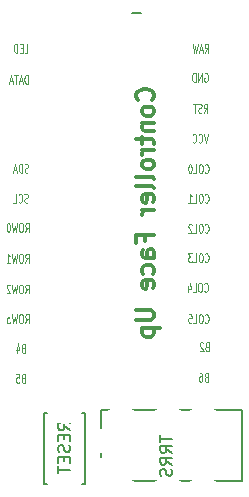
<source format=gbo>
G04 #@! TF.GenerationSoftware,KiCad,Pcbnew,7.0.7*
G04 #@! TF.CreationDate,2023-09-27T19:23:00+01:00*
G04 #@! TF.ProjectId,ferris-sweep-compact,66657272-6973-42d7-9377-6565702d636f,0.1*
G04 #@! TF.SameCoordinates,Original*
G04 #@! TF.FileFunction,Legend,Bot*
G04 #@! TF.FilePolarity,Positive*
%FSLAX46Y46*%
G04 Gerber Fmt 4.6, Leading zero omitted, Abs format (unit mm)*
G04 Created by KiCad (PCBNEW 7.0.7) date 2023-09-27 19:23:00*
%MOMM*%
%LPD*%
G01*
G04 APERTURE LIST*
%ADD10C,0.300000*%
%ADD11C,0.125000*%
%ADD12C,0.150000*%
%ADD13C,2.101800*%
%ADD14C,1.390600*%
%ADD15C,3.829000*%
%ADD16C,2.432000*%
%ADD17C,1.924000*%
%ADD18C,2.400000*%
%ADD19C,1.600000*%
%ADD20O,2.900000X2.100000*%
G04 APERTURE END LIST*
D10*
X179072071Y-87202572D02*
X179143500Y-87131144D01*
X179143500Y-87131144D02*
X179214928Y-86916858D01*
X179214928Y-86916858D02*
X179214928Y-86774001D01*
X179214928Y-86774001D02*
X179143500Y-86559715D01*
X179143500Y-86559715D02*
X179000642Y-86416858D01*
X179000642Y-86416858D02*
X178857785Y-86345429D01*
X178857785Y-86345429D02*
X178572071Y-86274001D01*
X178572071Y-86274001D02*
X178357785Y-86274001D01*
X178357785Y-86274001D02*
X178072071Y-86345429D01*
X178072071Y-86345429D02*
X177929214Y-86416858D01*
X177929214Y-86416858D02*
X177786357Y-86559715D01*
X177786357Y-86559715D02*
X177714928Y-86774001D01*
X177714928Y-86774001D02*
X177714928Y-86916858D01*
X177714928Y-86916858D02*
X177786357Y-87131144D01*
X177786357Y-87131144D02*
X177857785Y-87202572D01*
X179214928Y-88059715D02*
X179143500Y-87916858D01*
X179143500Y-87916858D02*
X179072071Y-87845429D01*
X179072071Y-87845429D02*
X178929214Y-87774001D01*
X178929214Y-87774001D02*
X178500642Y-87774001D01*
X178500642Y-87774001D02*
X178357785Y-87845429D01*
X178357785Y-87845429D02*
X178286357Y-87916858D01*
X178286357Y-87916858D02*
X178214928Y-88059715D01*
X178214928Y-88059715D02*
X178214928Y-88274001D01*
X178214928Y-88274001D02*
X178286357Y-88416858D01*
X178286357Y-88416858D02*
X178357785Y-88488287D01*
X178357785Y-88488287D02*
X178500642Y-88559715D01*
X178500642Y-88559715D02*
X178929214Y-88559715D01*
X178929214Y-88559715D02*
X179072071Y-88488287D01*
X179072071Y-88488287D02*
X179143500Y-88416858D01*
X179143500Y-88416858D02*
X179214928Y-88274001D01*
X179214928Y-88274001D02*
X179214928Y-88059715D01*
X178214928Y-89202572D02*
X179214928Y-89202572D01*
X178357785Y-89202572D02*
X178286357Y-89274001D01*
X178286357Y-89274001D02*
X178214928Y-89416858D01*
X178214928Y-89416858D02*
X178214928Y-89631144D01*
X178214928Y-89631144D02*
X178286357Y-89774001D01*
X178286357Y-89774001D02*
X178429214Y-89845430D01*
X178429214Y-89845430D02*
X179214928Y-89845430D01*
X178214928Y-90345430D02*
X178214928Y-90916858D01*
X177714928Y-90559715D02*
X179000642Y-90559715D01*
X179000642Y-90559715D02*
X179143500Y-90631144D01*
X179143500Y-90631144D02*
X179214928Y-90774001D01*
X179214928Y-90774001D02*
X179214928Y-90916858D01*
X179214928Y-91416858D02*
X178214928Y-91416858D01*
X178500642Y-91416858D02*
X178357785Y-91488287D01*
X178357785Y-91488287D02*
X178286357Y-91559716D01*
X178286357Y-91559716D02*
X178214928Y-91702573D01*
X178214928Y-91702573D02*
X178214928Y-91845430D01*
X179214928Y-92559715D02*
X179143500Y-92416858D01*
X179143500Y-92416858D02*
X179072071Y-92345429D01*
X179072071Y-92345429D02*
X178929214Y-92274001D01*
X178929214Y-92274001D02*
X178500642Y-92274001D01*
X178500642Y-92274001D02*
X178357785Y-92345429D01*
X178357785Y-92345429D02*
X178286357Y-92416858D01*
X178286357Y-92416858D02*
X178214928Y-92559715D01*
X178214928Y-92559715D02*
X178214928Y-92774001D01*
X178214928Y-92774001D02*
X178286357Y-92916858D01*
X178286357Y-92916858D02*
X178357785Y-92988287D01*
X178357785Y-92988287D02*
X178500642Y-93059715D01*
X178500642Y-93059715D02*
X178929214Y-93059715D01*
X178929214Y-93059715D02*
X179072071Y-92988287D01*
X179072071Y-92988287D02*
X179143500Y-92916858D01*
X179143500Y-92916858D02*
X179214928Y-92774001D01*
X179214928Y-92774001D02*
X179214928Y-92559715D01*
X179214928Y-93916858D02*
X179143500Y-93774001D01*
X179143500Y-93774001D02*
X179000642Y-93702572D01*
X179000642Y-93702572D02*
X177714928Y-93702572D01*
X179214928Y-94702572D02*
X179143500Y-94559715D01*
X179143500Y-94559715D02*
X179000642Y-94488286D01*
X179000642Y-94488286D02*
X177714928Y-94488286D01*
X179143500Y-95845429D02*
X179214928Y-95702572D01*
X179214928Y-95702572D02*
X179214928Y-95416858D01*
X179214928Y-95416858D02*
X179143500Y-95274000D01*
X179143500Y-95274000D02*
X179000642Y-95202572D01*
X179000642Y-95202572D02*
X178429214Y-95202572D01*
X178429214Y-95202572D02*
X178286357Y-95274000D01*
X178286357Y-95274000D02*
X178214928Y-95416858D01*
X178214928Y-95416858D02*
X178214928Y-95702572D01*
X178214928Y-95702572D02*
X178286357Y-95845429D01*
X178286357Y-95845429D02*
X178429214Y-95916858D01*
X178429214Y-95916858D02*
X178572071Y-95916858D01*
X178572071Y-95916858D02*
X178714928Y-95202572D01*
X179214928Y-96559714D02*
X178214928Y-96559714D01*
X178500642Y-96559714D02*
X178357785Y-96631143D01*
X178357785Y-96631143D02*
X178286357Y-96702572D01*
X178286357Y-96702572D02*
X178214928Y-96845429D01*
X178214928Y-96845429D02*
X178214928Y-96988286D01*
X178429214Y-99131142D02*
X178429214Y-98631142D01*
X179214928Y-98631142D02*
X177714928Y-98631142D01*
X177714928Y-98631142D02*
X177714928Y-99345428D01*
X179214928Y-100559714D02*
X178429214Y-100559714D01*
X178429214Y-100559714D02*
X178286357Y-100488285D01*
X178286357Y-100488285D02*
X178214928Y-100345428D01*
X178214928Y-100345428D02*
X178214928Y-100059714D01*
X178214928Y-100059714D02*
X178286357Y-99916856D01*
X179143500Y-100559714D02*
X179214928Y-100416856D01*
X179214928Y-100416856D02*
X179214928Y-100059714D01*
X179214928Y-100059714D02*
X179143500Y-99916856D01*
X179143500Y-99916856D02*
X179000642Y-99845428D01*
X179000642Y-99845428D02*
X178857785Y-99845428D01*
X178857785Y-99845428D02*
X178714928Y-99916856D01*
X178714928Y-99916856D02*
X178643500Y-100059714D01*
X178643500Y-100059714D02*
X178643500Y-100416856D01*
X178643500Y-100416856D02*
X178572071Y-100559714D01*
X179143500Y-101916857D02*
X179214928Y-101773999D01*
X179214928Y-101773999D02*
X179214928Y-101488285D01*
X179214928Y-101488285D02*
X179143500Y-101345428D01*
X179143500Y-101345428D02*
X179072071Y-101273999D01*
X179072071Y-101273999D02*
X178929214Y-101202571D01*
X178929214Y-101202571D02*
X178500642Y-101202571D01*
X178500642Y-101202571D02*
X178357785Y-101273999D01*
X178357785Y-101273999D02*
X178286357Y-101345428D01*
X178286357Y-101345428D02*
X178214928Y-101488285D01*
X178214928Y-101488285D02*
X178214928Y-101773999D01*
X178214928Y-101773999D02*
X178286357Y-101916857D01*
X179143500Y-103131142D02*
X179214928Y-102988285D01*
X179214928Y-102988285D02*
X179214928Y-102702571D01*
X179214928Y-102702571D02*
X179143500Y-102559713D01*
X179143500Y-102559713D02*
X179000642Y-102488285D01*
X179000642Y-102488285D02*
X178429214Y-102488285D01*
X178429214Y-102488285D02*
X178286357Y-102559713D01*
X178286357Y-102559713D02*
X178214928Y-102702571D01*
X178214928Y-102702571D02*
X178214928Y-102988285D01*
X178214928Y-102988285D02*
X178286357Y-103131142D01*
X178286357Y-103131142D02*
X178429214Y-103202571D01*
X178429214Y-103202571D02*
X178572071Y-103202571D01*
X178572071Y-103202571D02*
X178714928Y-102488285D01*
X177714928Y-104988284D02*
X178929214Y-104988284D01*
X178929214Y-104988284D02*
X179072071Y-105059713D01*
X179072071Y-105059713D02*
X179143500Y-105131142D01*
X179143500Y-105131142D02*
X179214928Y-105273999D01*
X179214928Y-105273999D02*
X179214928Y-105559713D01*
X179214928Y-105559713D02*
X179143500Y-105702570D01*
X179143500Y-105702570D02*
X179072071Y-105773999D01*
X179072071Y-105773999D02*
X178929214Y-105845427D01*
X178929214Y-105845427D02*
X177714928Y-105845427D01*
X178214928Y-106559713D02*
X179714928Y-106559713D01*
X178286357Y-106559713D02*
X178214928Y-106702571D01*
X178214928Y-106702571D02*
X178214928Y-106988285D01*
X178214928Y-106988285D02*
X178286357Y-107131142D01*
X178286357Y-107131142D02*
X178357785Y-107202571D01*
X178357785Y-107202571D02*
X178500642Y-107273999D01*
X178500642Y-107273999D02*
X178929214Y-107273999D01*
X178929214Y-107273999D02*
X179072071Y-107202571D01*
X179072071Y-107202571D02*
X179143500Y-107131142D01*
X179143500Y-107131142D02*
X179214928Y-106988285D01*
X179214928Y-106988285D02*
X179214928Y-106702571D01*
X179214928Y-106702571D02*
X179143500Y-106559713D01*
D11*
X183476219Y-103397035D02*
X183500028Y-103432750D01*
X183500028Y-103432750D02*
X183571457Y-103468464D01*
X183571457Y-103468464D02*
X183619076Y-103468464D01*
X183619076Y-103468464D02*
X183690504Y-103432750D01*
X183690504Y-103432750D02*
X183738123Y-103361321D01*
X183738123Y-103361321D02*
X183761933Y-103289892D01*
X183761933Y-103289892D02*
X183785742Y-103147035D01*
X183785742Y-103147035D02*
X183785742Y-103039892D01*
X183785742Y-103039892D02*
X183761933Y-102897035D01*
X183761933Y-102897035D02*
X183738123Y-102825607D01*
X183738123Y-102825607D02*
X183690504Y-102754178D01*
X183690504Y-102754178D02*
X183619076Y-102718464D01*
X183619076Y-102718464D02*
X183571457Y-102718464D01*
X183571457Y-102718464D02*
X183500028Y-102754178D01*
X183500028Y-102754178D02*
X183476219Y-102789892D01*
X183166695Y-102718464D02*
X183071457Y-102718464D01*
X183071457Y-102718464D02*
X183023838Y-102754178D01*
X183023838Y-102754178D02*
X182976219Y-102825607D01*
X182976219Y-102825607D02*
X182952409Y-102968464D01*
X182952409Y-102968464D02*
X182952409Y-103218464D01*
X182952409Y-103218464D02*
X182976219Y-103361321D01*
X182976219Y-103361321D02*
X183023838Y-103432750D01*
X183023838Y-103432750D02*
X183071457Y-103468464D01*
X183071457Y-103468464D02*
X183166695Y-103468464D01*
X183166695Y-103468464D02*
X183214314Y-103432750D01*
X183214314Y-103432750D02*
X183261933Y-103361321D01*
X183261933Y-103361321D02*
X183285742Y-103218464D01*
X183285742Y-103218464D02*
X183285742Y-102968464D01*
X183285742Y-102968464D02*
X183261933Y-102825607D01*
X183261933Y-102825607D02*
X183214314Y-102754178D01*
X183214314Y-102754178D02*
X183166695Y-102718464D01*
X182500028Y-103468464D02*
X182738123Y-103468464D01*
X182738123Y-103468464D02*
X182738123Y-102718464D01*
X182119075Y-102968464D02*
X182119075Y-103468464D01*
X182238123Y-102682750D02*
X182357170Y-103218464D01*
X182357170Y-103218464D02*
X182047647Y-103218464D01*
X183526219Y-95840535D02*
X183550028Y-95876250D01*
X183550028Y-95876250D02*
X183621457Y-95911964D01*
X183621457Y-95911964D02*
X183669076Y-95911964D01*
X183669076Y-95911964D02*
X183740504Y-95876250D01*
X183740504Y-95876250D02*
X183788123Y-95804821D01*
X183788123Y-95804821D02*
X183811933Y-95733392D01*
X183811933Y-95733392D02*
X183835742Y-95590535D01*
X183835742Y-95590535D02*
X183835742Y-95483392D01*
X183835742Y-95483392D02*
X183811933Y-95340535D01*
X183811933Y-95340535D02*
X183788123Y-95269107D01*
X183788123Y-95269107D02*
X183740504Y-95197678D01*
X183740504Y-95197678D02*
X183669076Y-95161964D01*
X183669076Y-95161964D02*
X183621457Y-95161964D01*
X183621457Y-95161964D02*
X183550028Y-95197678D01*
X183550028Y-95197678D02*
X183526219Y-95233392D01*
X183216695Y-95161964D02*
X183121457Y-95161964D01*
X183121457Y-95161964D02*
X183073838Y-95197678D01*
X183073838Y-95197678D02*
X183026219Y-95269107D01*
X183026219Y-95269107D02*
X183002409Y-95411964D01*
X183002409Y-95411964D02*
X183002409Y-95661964D01*
X183002409Y-95661964D02*
X183026219Y-95804821D01*
X183026219Y-95804821D02*
X183073838Y-95876250D01*
X183073838Y-95876250D02*
X183121457Y-95911964D01*
X183121457Y-95911964D02*
X183216695Y-95911964D01*
X183216695Y-95911964D02*
X183264314Y-95876250D01*
X183264314Y-95876250D02*
X183311933Y-95804821D01*
X183311933Y-95804821D02*
X183335742Y-95661964D01*
X183335742Y-95661964D02*
X183335742Y-95411964D01*
X183335742Y-95411964D02*
X183311933Y-95269107D01*
X183311933Y-95269107D02*
X183264314Y-95197678D01*
X183264314Y-95197678D02*
X183216695Y-95161964D01*
X182550028Y-95911964D02*
X182788123Y-95911964D01*
X182788123Y-95911964D02*
X182788123Y-95161964D01*
X182121456Y-95911964D02*
X182407170Y-95911964D01*
X182264313Y-95911964D02*
X182264313Y-95161964D01*
X182264313Y-95161964D02*
X182311932Y-95269107D01*
X182311932Y-95269107D02*
X182359551Y-95340535D01*
X182359551Y-95340535D02*
X182407170Y-95376250D01*
X168251028Y-83211964D02*
X168489123Y-83211964D01*
X168489123Y-83211964D02*
X168489123Y-82461964D01*
X168084361Y-82819107D02*
X167917694Y-82819107D01*
X167846266Y-83211964D02*
X168084361Y-83211964D01*
X168084361Y-83211964D02*
X168084361Y-82461964D01*
X168084361Y-82461964D02*
X167846266Y-82461964D01*
X167631980Y-83211964D02*
X167631980Y-82461964D01*
X167631980Y-82461964D02*
X167512932Y-82461964D01*
X167512932Y-82461964D02*
X167441504Y-82497678D01*
X167441504Y-82497678D02*
X167393885Y-82569107D01*
X167393885Y-82569107D02*
X167370075Y-82640535D01*
X167370075Y-82640535D02*
X167346266Y-82783392D01*
X167346266Y-82783392D02*
X167346266Y-82890535D01*
X167346266Y-82890535D02*
X167370075Y-83033392D01*
X167370075Y-83033392D02*
X167393885Y-83104821D01*
X167393885Y-83104821D02*
X167441504Y-83176250D01*
X167441504Y-83176250D02*
X167512932Y-83211964D01*
X167512932Y-83211964D02*
X167631980Y-83211964D01*
X183526219Y-100885035D02*
X183550028Y-100920750D01*
X183550028Y-100920750D02*
X183621457Y-100956464D01*
X183621457Y-100956464D02*
X183669076Y-100956464D01*
X183669076Y-100956464D02*
X183740504Y-100920750D01*
X183740504Y-100920750D02*
X183788123Y-100849321D01*
X183788123Y-100849321D02*
X183811933Y-100777892D01*
X183811933Y-100777892D02*
X183835742Y-100635035D01*
X183835742Y-100635035D02*
X183835742Y-100527892D01*
X183835742Y-100527892D02*
X183811933Y-100385035D01*
X183811933Y-100385035D02*
X183788123Y-100313607D01*
X183788123Y-100313607D02*
X183740504Y-100242178D01*
X183740504Y-100242178D02*
X183669076Y-100206464D01*
X183669076Y-100206464D02*
X183621457Y-100206464D01*
X183621457Y-100206464D02*
X183550028Y-100242178D01*
X183550028Y-100242178D02*
X183526219Y-100277892D01*
X183216695Y-100206464D02*
X183121457Y-100206464D01*
X183121457Y-100206464D02*
X183073838Y-100242178D01*
X183073838Y-100242178D02*
X183026219Y-100313607D01*
X183026219Y-100313607D02*
X183002409Y-100456464D01*
X183002409Y-100456464D02*
X183002409Y-100706464D01*
X183002409Y-100706464D02*
X183026219Y-100849321D01*
X183026219Y-100849321D02*
X183073838Y-100920750D01*
X183073838Y-100920750D02*
X183121457Y-100956464D01*
X183121457Y-100956464D02*
X183216695Y-100956464D01*
X183216695Y-100956464D02*
X183264314Y-100920750D01*
X183264314Y-100920750D02*
X183311933Y-100849321D01*
X183311933Y-100849321D02*
X183335742Y-100706464D01*
X183335742Y-100706464D02*
X183335742Y-100456464D01*
X183335742Y-100456464D02*
X183311933Y-100313607D01*
X183311933Y-100313607D02*
X183264314Y-100242178D01*
X183264314Y-100242178D02*
X183216695Y-100206464D01*
X182550028Y-100956464D02*
X182788123Y-100956464D01*
X182788123Y-100956464D02*
X182788123Y-100206464D01*
X182430980Y-100206464D02*
X182121456Y-100206464D01*
X182121456Y-100206464D02*
X182288123Y-100492178D01*
X182288123Y-100492178D02*
X182216694Y-100492178D01*
X182216694Y-100492178D02*
X182169075Y-100527892D01*
X182169075Y-100527892D02*
X182145266Y-100563607D01*
X182145266Y-100563607D02*
X182121456Y-100635035D01*
X182121456Y-100635035D02*
X182121456Y-100813607D01*
X182121456Y-100813607D02*
X182145266Y-100885035D01*
X182145266Y-100885035D02*
X182169075Y-100920750D01*
X182169075Y-100920750D02*
X182216694Y-100956464D01*
X182216694Y-100956464D02*
X182359551Y-100956464D01*
X182359551Y-100956464D02*
X182407170Y-100920750D01*
X182407170Y-100920750D02*
X182430980Y-100885035D01*
X168528599Y-85856464D02*
X168528599Y-85106464D01*
X168528599Y-85106464D02*
X168409551Y-85106464D01*
X168409551Y-85106464D02*
X168338123Y-85142178D01*
X168338123Y-85142178D02*
X168290504Y-85213607D01*
X168290504Y-85213607D02*
X168266694Y-85285035D01*
X168266694Y-85285035D02*
X168242885Y-85427892D01*
X168242885Y-85427892D02*
X168242885Y-85535035D01*
X168242885Y-85535035D02*
X168266694Y-85677892D01*
X168266694Y-85677892D02*
X168290504Y-85749321D01*
X168290504Y-85749321D02*
X168338123Y-85820750D01*
X168338123Y-85820750D02*
X168409551Y-85856464D01*
X168409551Y-85856464D02*
X168528599Y-85856464D01*
X168052408Y-85642178D02*
X167814313Y-85642178D01*
X168100027Y-85856464D02*
X167933361Y-85106464D01*
X167933361Y-85106464D02*
X167766694Y-85856464D01*
X167671456Y-85106464D02*
X167385742Y-85106464D01*
X167528599Y-85856464D02*
X167528599Y-85106464D01*
X167242885Y-85642178D02*
X167004790Y-85642178D01*
X167290504Y-85856464D02*
X167123838Y-85106464D01*
X167123838Y-85106464D02*
X166957171Y-85856464D01*
X168131980Y-110759107D02*
X168060552Y-110794821D01*
X168060552Y-110794821D02*
X168036742Y-110830535D01*
X168036742Y-110830535D02*
X168012933Y-110901964D01*
X168012933Y-110901964D02*
X168012933Y-111009107D01*
X168012933Y-111009107D02*
X168036742Y-111080535D01*
X168036742Y-111080535D02*
X168060552Y-111116250D01*
X168060552Y-111116250D02*
X168108171Y-111151964D01*
X168108171Y-111151964D02*
X168298647Y-111151964D01*
X168298647Y-111151964D02*
X168298647Y-110401964D01*
X168298647Y-110401964D02*
X168131980Y-110401964D01*
X168131980Y-110401964D02*
X168084361Y-110437678D01*
X168084361Y-110437678D02*
X168060552Y-110473392D01*
X168060552Y-110473392D02*
X168036742Y-110544821D01*
X168036742Y-110544821D02*
X168036742Y-110616250D01*
X168036742Y-110616250D02*
X168060552Y-110687678D01*
X168060552Y-110687678D02*
X168084361Y-110723392D01*
X168084361Y-110723392D02*
X168131980Y-110759107D01*
X168131980Y-110759107D02*
X168298647Y-110759107D01*
X167560552Y-110401964D02*
X167798647Y-110401964D01*
X167798647Y-110401964D02*
X167822456Y-110759107D01*
X167822456Y-110759107D02*
X167798647Y-110723392D01*
X167798647Y-110723392D02*
X167751028Y-110687678D01*
X167751028Y-110687678D02*
X167631980Y-110687678D01*
X167631980Y-110687678D02*
X167584361Y-110723392D01*
X167584361Y-110723392D02*
X167560552Y-110759107D01*
X167560552Y-110759107D02*
X167536742Y-110830535D01*
X167536742Y-110830535D02*
X167536742Y-111009107D01*
X167536742Y-111009107D02*
X167560552Y-111080535D01*
X167560552Y-111080535D02*
X167584361Y-111116250D01*
X167584361Y-111116250D02*
X167631980Y-111151964D01*
X167631980Y-111151964D02*
X167751028Y-111151964D01*
X167751028Y-111151964D02*
X167798647Y-111116250D01*
X167798647Y-111116250D02*
X167822456Y-111080535D01*
X168309552Y-100991964D02*
X168476218Y-100634821D01*
X168595266Y-100991964D02*
X168595266Y-100241964D01*
X168595266Y-100241964D02*
X168404790Y-100241964D01*
X168404790Y-100241964D02*
X168357171Y-100277678D01*
X168357171Y-100277678D02*
X168333361Y-100313392D01*
X168333361Y-100313392D02*
X168309552Y-100384821D01*
X168309552Y-100384821D02*
X168309552Y-100491964D01*
X168309552Y-100491964D02*
X168333361Y-100563392D01*
X168333361Y-100563392D02*
X168357171Y-100599107D01*
X168357171Y-100599107D02*
X168404790Y-100634821D01*
X168404790Y-100634821D02*
X168595266Y-100634821D01*
X168000028Y-100241964D02*
X167904790Y-100241964D01*
X167904790Y-100241964D02*
X167857171Y-100277678D01*
X167857171Y-100277678D02*
X167809552Y-100349107D01*
X167809552Y-100349107D02*
X167785742Y-100491964D01*
X167785742Y-100491964D02*
X167785742Y-100741964D01*
X167785742Y-100741964D02*
X167809552Y-100884821D01*
X167809552Y-100884821D02*
X167857171Y-100956250D01*
X167857171Y-100956250D02*
X167904790Y-100991964D01*
X167904790Y-100991964D02*
X168000028Y-100991964D01*
X168000028Y-100991964D02*
X168047647Y-100956250D01*
X168047647Y-100956250D02*
X168095266Y-100884821D01*
X168095266Y-100884821D02*
X168119075Y-100741964D01*
X168119075Y-100741964D02*
X168119075Y-100491964D01*
X168119075Y-100491964D02*
X168095266Y-100349107D01*
X168095266Y-100349107D02*
X168047647Y-100277678D01*
X168047647Y-100277678D02*
X168000028Y-100241964D01*
X167619075Y-100241964D02*
X167500027Y-100991964D01*
X167500027Y-100991964D02*
X167404789Y-100456250D01*
X167404789Y-100456250D02*
X167309551Y-100991964D01*
X167309551Y-100991964D02*
X167190504Y-100241964D01*
X166738122Y-100991964D02*
X167023836Y-100991964D01*
X166880979Y-100991964D02*
X166880979Y-100241964D01*
X166880979Y-100241964D02*
X166928598Y-100349107D01*
X166928598Y-100349107D02*
X166976217Y-100420535D01*
X166976217Y-100420535D02*
X167023836Y-100456250D01*
X168309552Y-106106464D02*
X168476218Y-105749321D01*
X168595266Y-106106464D02*
X168595266Y-105356464D01*
X168595266Y-105356464D02*
X168404790Y-105356464D01*
X168404790Y-105356464D02*
X168357171Y-105392178D01*
X168357171Y-105392178D02*
X168333361Y-105427892D01*
X168333361Y-105427892D02*
X168309552Y-105499321D01*
X168309552Y-105499321D02*
X168309552Y-105606464D01*
X168309552Y-105606464D02*
X168333361Y-105677892D01*
X168333361Y-105677892D02*
X168357171Y-105713607D01*
X168357171Y-105713607D02*
X168404790Y-105749321D01*
X168404790Y-105749321D02*
X168595266Y-105749321D01*
X168000028Y-105356464D02*
X167904790Y-105356464D01*
X167904790Y-105356464D02*
X167857171Y-105392178D01*
X167857171Y-105392178D02*
X167809552Y-105463607D01*
X167809552Y-105463607D02*
X167785742Y-105606464D01*
X167785742Y-105606464D02*
X167785742Y-105856464D01*
X167785742Y-105856464D02*
X167809552Y-105999321D01*
X167809552Y-105999321D02*
X167857171Y-106070750D01*
X167857171Y-106070750D02*
X167904790Y-106106464D01*
X167904790Y-106106464D02*
X168000028Y-106106464D01*
X168000028Y-106106464D02*
X168047647Y-106070750D01*
X168047647Y-106070750D02*
X168095266Y-105999321D01*
X168095266Y-105999321D02*
X168119075Y-105856464D01*
X168119075Y-105856464D02*
X168119075Y-105606464D01*
X168119075Y-105606464D02*
X168095266Y-105463607D01*
X168095266Y-105463607D02*
X168047647Y-105392178D01*
X168047647Y-105392178D02*
X168000028Y-105356464D01*
X167619075Y-105356464D02*
X167500027Y-106106464D01*
X167500027Y-106106464D02*
X167404789Y-105570750D01*
X167404789Y-105570750D02*
X167309551Y-106106464D01*
X167309551Y-106106464D02*
X167190504Y-105356464D01*
X167047646Y-105356464D02*
X166738122Y-105356464D01*
X166738122Y-105356464D02*
X166904789Y-105642178D01*
X166904789Y-105642178D02*
X166833360Y-105642178D01*
X166833360Y-105642178D02*
X166785741Y-105677892D01*
X166785741Y-105677892D02*
X166761932Y-105713607D01*
X166761932Y-105713607D02*
X166738122Y-105785035D01*
X166738122Y-105785035D02*
X166738122Y-105963607D01*
X166738122Y-105963607D02*
X166761932Y-106035035D01*
X166761932Y-106035035D02*
X166785741Y-106070750D01*
X166785741Y-106070750D02*
X166833360Y-106106464D01*
X166833360Y-106106464D02*
X166976217Y-106106464D01*
X166976217Y-106106464D02*
X167023836Y-106070750D01*
X167023836Y-106070750D02*
X167047646Y-106035035D01*
X168309552Y-103595464D02*
X168476218Y-103238321D01*
X168595266Y-103595464D02*
X168595266Y-102845464D01*
X168595266Y-102845464D02*
X168404790Y-102845464D01*
X168404790Y-102845464D02*
X168357171Y-102881178D01*
X168357171Y-102881178D02*
X168333361Y-102916892D01*
X168333361Y-102916892D02*
X168309552Y-102988321D01*
X168309552Y-102988321D02*
X168309552Y-103095464D01*
X168309552Y-103095464D02*
X168333361Y-103166892D01*
X168333361Y-103166892D02*
X168357171Y-103202607D01*
X168357171Y-103202607D02*
X168404790Y-103238321D01*
X168404790Y-103238321D02*
X168595266Y-103238321D01*
X168000028Y-102845464D02*
X167904790Y-102845464D01*
X167904790Y-102845464D02*
X167857171Y-102881178D01*
X167857171Y-102881178D02*
X167809552Y-102952607D01*
X167809552Y-102952607D02*
X167785742Y-103095464D01*
X167785742Y-103095464D02*
X167785742Y-103345464D01*
X167785742Y-103345464D02*
X167809552Y-103488321D01*
X167809552Y-103488321D02*
X167857171Y-103559750D01*
X167857171Y-103559750D02*
X167904790Y-103595464D01*
X167904790Y-103595464D02*
X168000028Y-103595464D01*
X168000028Y-103595464D02*
X168047647Y-103559750D01*
X168047647Y-103559750D02*
X168095266Y-103488321D01*
X168095266Y-103488321D02*
X168119075Y-103345464D01*
X168119075Y-103345464D02*
X168119075Y-103095464D01*
X168119075Y-103095464D02*
X168095266Y-102952607D01*
X168095266Y-102952607D02*
X168047647Y-102881178D01*
X168047647Y-102881178D02*
X168000028Y-102845464D01*
X167619075Y-102845464D02*
X167500027Y-103595464D01*
X167500027Y-103595464D02*
X167404789Y-103059750D01*
X167404789Y-103059750D02*
X167309551Y-103595464D01*
X167309551Y-103595464D02*
X167190504Y-102845464D01*
X167023836Y-102916892D02*
X167000027Y-102881178D01*
X167000027Y-102881178D02*
X166952408Y-102845464D01*
X166952408Y-102845464D02*
X166833360Y-102845464D01*
X166833360Y-102845464D02*
X166785741Y-102881178D01*
X166785741Y-102881178D02*
X166761932Y-102916892D01*
X166761932Y-102916892D02*
X166738122Y-102988321D01*
X166738122Y-102988321D02*
X166738122Y-103059750D01*
X166738122Y-103059750D02*
X166761932Y-103166892D01*
X166761932Y-103166892D02*
X167047646Y-103595464D01*
X167047646Y-103595464D02*
X166738122Y-103595464D01*
X168524837Y-95876250D02*
X168453409Y-95911964D01*
X168453409Y-95911964D02*
X168334361Y-95911964D01*
X168334361Y-95911964D02*
X168286742Y-95876250D01*
X168286742Y-95876250D02*
X168262933Y-95840535D01*
X168262933Y-95840535D02*
X168239123Y-95769107D01*
X168239123Y-95769107D02*
X168239123Y-95697678D01*
X168239123Y-95697678D02*
X168262933Y-95626250D01*
X168262933Y-95626250D02*
X168286742Y-95590535D01*
X168286742Y-95590535D02*
X168334361Y-95554821D01*
X168334361Y-95554821D02*
X168429599Y-95519107D01*
X168429599Y-95519107D02*
X168477218Y-95483392D01*
X168477218Y-95483392D02*
X168501028Y-95447678D01*
X168501028Y-95447678D02*
X168524837Y-95376250D01*
X168524837Y-95376250D02*
X168524837Y-95304821D01*
X168524837Y-95304821D02*
X168501028Y-95233392D01*
X168501028Y-95233392D02*
X168477218Y-95197678D01*
X168477218Y-95197678D02*
X168429599Y-95161964D01*
X168429599Y-95161964D02*
X168310552Y-95161964D01*
X168310552Y-95161964D02*
X168239123Y-95197678D01*
X167739124Y-95840535D02*
X167762933Y-95876250D01*
X167762933Y-95876250D02*
X167834362Y-95911964D01*
X167834362Y-95911964D02*
X167881981Y-95911964D01*
X167881981Y-95911964D02*
X167953409Y-95876250D01*
X167953409Y-95876250D02*
X168001028Y-95804821D01*
X168001028Y-95804821D02*
X168024838Y-95733392D01*
X168024838Y-95733392D02*
X168048647Y-95590535D01*
X168048647Y-95590535D02*
X168048647Y-95483392D01*
X168048647Y-95483392D02*
X168024838Y-95340535D01*
X168024838Y-95340535D02*
X168001028Y-95269107D01*
X168001028Y-95269107D02*
X167953409Y-95197678D01*
X167953409Y-95197678D02*
X167881981Y-95161964D01*
X167881981Y-95161964D02*
X167834362Y-95161964D01*
X167834362Y-95161964D02*
X167762933Y-95197678D01*
X167762933Y-95197678D02*
X167739124Y-95233392D01*
X167286743Y-95911964D02*
X167524838Y-95911964D01*
X167524838Y-95911964D02*
X167524838Y-95161964D01*
X183443409Y-88291964D02*
X183610075Y-87934821D01*
X183729123Y-88291964D02*
X183729123Y-87541964D01*
X183729123Y-87541964D02*
X183538647Y-87541964D01*
X183538647Y-87541964D02*
X183491028Y-87577678D01*
X183491028Y-87577678D02*
X183467218Y-87613392D01*
X183467218Y-87613392D02*
X183443409Y-87684821D01*
X183443409Y-87684821D02*
X183443409Y-87791964D01*
X183443409Y-87791964D02*
X183467218Y-87863392D01*
X183467218Y-87863392D02*
X183491028Y-87899107D01*
X183491028Y-87899107D02*
X183538647Y-87934821D01*
X183538647Y-87934821D02*
X183729123Y-87934821D01*
X183252932Y-88256250D02*
X183181504Y-88291964D01*
X183181504Y-88291964D02*
X183062456Y-88291964D01*
X183062456Y-88291964D02*
X183014837Y-88256250D01*
X183014837Y-88256250D02*
X182991028Y-88220535D01*
X182991028Y-88220535D02*
X182967218Y-88149107D01*
X182967218Y-88149107D02*
X182967218Y-88077678D01*
X182967218Y-88077678D02*
X182991028Y-88006250D01*
X182991028Y-88006250D02*
X183014837Y-87970535D01*
X183014837Y-87970535D02*
X183062456Y-87934821D01*
X183062456Y-87934821D02*
X183157694Y-87899107D01*
X183157694Y-87899107D02*
X183205313Y-87863392D01*
X183205313Y-87863392D02*
X183229123Y-87827678D01*
X183229123Y-87827678D02*
X183252932Y-87756250D01*
X183252932Y-87756250D02*
X183252932Y-87684821D01*
X183252932Y-87684821D02*
X183229123Y-87613392D01*
X183229123Y-87613392D02*
X183205313Y-87577678D01*
X183205313Y-87577678D02*
X183157694Y-87541964D01*
X183157694Y-87541964D02*
X183038647Y-87541964D01*
X183038647Y-87541964D02*
X182967218Y-87577678D01*
X182824361Y-87541964D02*
X182538647Y-87541964D01*
X182681504Y-88291964D02*
X182681504Y-87541964D01*
X183526219Y-106035035D02*
X183550028Y-106070750D01*
X183550028Y-106070750D02*
X183621457Y-106106464D01*
X183621457Y-106106464D02*
X183669076Y-106106464D01*
X183669076Y-106106464D02*
X183740504Y-106070750D01*
X183740504Y-106070750D02*
X183788123Y-105999321D01*
X183788123Y-105999321D02*
X183811933Y-105927892D01*
X183811933Y-105927892D02*
X183835742Y-105785035D01*
X183835742Y-105785035D02*
X183835742Y-105677892D01*
X183835742Y-105677892D02*
X183811933Y-105535035D01*
X183811933Y-105535035D02*
X183788123Y-105463607D01*
X183788123Y-105463607D02*
X183740504Y-105392178D01*
X183740504Y-105392178D02*
X183669076Y-105356464D01*
X183669076Y-105356464D02*
X183621457Y-105356464D01*
X183621457Y-105356464D02*
X183550028Y-105392178D01*
X183550028Y-105392178D02*
X183526219Y-105427892D01*
X183216695Y-105356464D02*
X183121457Y-105356464D01*
X183121457Y-105356464D02*
X183073838Y-105392178D01*
X183073838Y-105392178D02*
X183026219Y-105463607D01*
X183026219Y-105463607D02*
X183002409Y-105606464D01*
X183002409Y-105606464D02*
X183002409Y-105856464D01*
X183002409Y-105856464D02*
X183026219Y-105999321D01*
X183026219Y-105999321D02*
X183073838Y-106070750D01*
X183073838Y-106070750D02*
X183121457Y-106106464D01*
X183121457Y-106106464D02*
X183216695Y-106106464D01*
X183216695Y-106106464D02*
X183264314Y-106070750D01*
X183264314Y-106070750D02*
X183311933Y-105999321D01*
X183311933Y-105999321D02*
X183335742Y-105856464D01*
X183335742Y-105856464D02*
X183335742Y-105606464D01*
X183335742Y-105606464D02*
X183311933Y-105463607D01*
X183311933Y-105463607D02*
X183264314Y-105392178D01*
X183264314Y-105392178D02*
X183216695Y-105356464D01*
X182550028Y-106106464D02*
X182788123Y-106106464D01*
X182788123Y-106106464D02*
X182788123Y-105356464D01*
X182145266Y-105356464D02*
X182383361Y-105356464D01*
X182383361Y-105356464D02*
X182407170Y-105713607D01*
X182407170Y-105713607D02*
X182383361Y-105677892D01*
X182383361Y-105677892D02*
X182335742Y-105642178D01*
X182335742Y-105642178D02*
X182216694Y-105642178D01*
X182216694Y-105642178D02*
X182169075Y-105677892D01*
X182169075Y-105677892D02*
X182145266Y-105713607D01*
X182145266Y-105713607D02*
X182121456Y-105785035D01*
X182121456Y-105785035D02*
X182121456Y-105963607D01*
X182121456Y-105963607D02*
X182145266Y-106035035D01*
X182145266Y-106035035D02*
X182169075Y-106070750D01*
X182169075Y-106070750D02*
X182216694Y-106106464D01*
X182216694Y-106106464D02*
X182335742Y-106106464D01*
X182335742Y-106106464D02*
X182383361Y-106070750D01*
X182383361Y-106070750D02*
X182407170Y-106035035D01*
X183526219Y-93335035D02*
X183550028Y-93370750D01*
X183550028Y-93370750D02*
X183621457Y-93406464D01*
X183621457Y-93406464D02*
X183669076Y-93406464D01*
X183669076Y-93406464D02*
X183740504Y-93370750D01*
X183740504Y-93370750D02*
X183788123Y-93299321D01*
X183788123Y-93299321D02*
X183811933Y-93227892D01*
X183811933Y-93227892D02*
X183835742Y-93085035D01*
X183835742Y-93085035D02*
X183835742Y-92977892D01*
X183835742Y-92977892D02*
X183811933Y-92835035D01*
X183811933Y-92835035D02*
X183788123Y-92763607D01*
X183788123Y-92763607D02*
X183740504Y-92692178D01*
X183740504Y-92692178D02*
X183669076Y-92656464D01*
X183669076Y-92656464D02*
X183621457Y-92656464D01*
X183621457Y-92656464D02*
X183550028Y-92692178D01*
X183550028Y-92692178D02*
X183526219Y-92727892D01*
X183216695Y-92656464D02*
X183121457Y-92656464D01*
X183121457Y-92656464D02*
X183073838Y-92692178D01*
X183073838Y-92692178D02*
X183026219Y-92763607D01*
X183026219Y-92763607D02*
X183002409Y-92906464D01*
X183002409Y-92906464D02*
X183002409Y-93156464D01*
X183002409Y-93156464D02*
X183026219Y-93299321D01*
X183026219Y-93299321D02*
X183073838Y-93370750D01*
X183073838Y-93370750D02*
X183121457Y-93406464D01*
X183121457Y-93406464D02*
X183216695Y-93406464D01*
X183216695Y-93406464D02*
X183264314Y-93370750D01*
X183264314Y-93370750D02*
X183311933Y-93299321D01*
X183311933Y-93299321D02*
X183335742Y-93156464D01*
X183335742Y-93156464D02*
X183335742Y-92906464D01*
X183335742Y-92906464D02*
X183311933Y-92763607D01*
X183311933Y-92763607D02*
X183264314Y-92692178D01*
X183264314Y-92692178D02*
X183216695Y-92656464D01*
X182550028Y-93406464D02*
X182788123Y-93406464D01*
X182788123Y-93406464D02*
X182788123Y-92656464D01*
X182288123Y-92656464D02*
X182240504Y-92656464D01*
X182240504Y-92656464D02*
X182192885Y-92692178D01*
X182192885Y-92692178D02*
X182169075Y-92727892D01*
X182169075Y-92727892D02*
X182145266Y-92799321D01*
X182145266Y-92799321D02*
X182121456Y-92942178D01*
X182121456Y-92942178D02*
X182121456Y-93120750D01*
X182121456Y-93120750D02*
X182145266Y-93263607D01*
X182145266Y-93263607D02*
X182169075Y-93335035D01*
X182169075Y-93335035D02*
X182192885Y-93370750D01*
X182192885Y-93370750D02*
X182240504Y-93406464D01*
X182240504Y-93406464D02*
X182288123Y-93406464D01*
X182288123Y-93406464D02*
X182335742Y-93370750D01*
X182335742Y-93370750D02*
X182359551Y-93335035D01*
X182359551Y-93335035D02*
X182383361Y-93263607D01*
X182383361Y-93263607D02*
X182407170Y-93120750D01*
X182407170Y-93120750D02*
X182407170Y-92942178D01*
X182407170Y-92942178D02*
X182383361Y-92799321D01*
X182383361Y-92799321D02*
X182359551Y-92727892D01*
X182359551Y-92727892D02*
X182335742Y-92692178D01*
X182335742Y-92692178D02*
X182288123Y-92656464D01*
X183689480Y-108092107D02*
X183618052Y-108127821D01*
X183618052Y-108127821D02*
X183594242Y-108163535D01*
X183594242Y-108163535D02*
X183570433Y-108234964D01*
X183570433Y-108234964D02*
X183570433Y-108342107D01*
X183570433Y-108342107D02*
X183594242Y-108413535D01*
X183594242Y-108413535D02*
X183618052Y-108449250D01*
X183618052Y-108449250D02*
X183665671Y-108484964D01*
X183665671Y-108484964D02*
X183856147Y-108484964D01*
X183856147Y-108484964D02*
X183856147Y-107734964D01*
X183856147Y-107734964D02*
X183689480Y-107734964D01*
X183689480Y-107734964D02*
X183641861Y-107770678D01*
X183641861Y-107770678D02*
X183618052Y-107806392D01*
X183618052Y-107806392D02*
X183594242Y-107877821D01*
X183594242Y-107877821D02*
X183594242Y-107949250D01*
X183594242Y-107949250D02*
X183618052Y-108020678D01*
X183618052Y-108020678D02*
X183641861Y-108056392D01*
X183641861Y-108056392D02*
X183689480Y-108092107D01*
X183689480Y-108092107D02*
X183856147Y-108092107D01*
X183379956Y-107806392D02*
X183356147Y-107770678D01*
X183356147Y-107770678D02*
X183308528Y-107734964D01*
X183308528Y-107734964D02*
X183189480Y-107734964D01*
X183189480Y-107734964D02*
X183141861Y-107770678D01*
X183141861Y-107770678D02*
X183118052Y-107806392D01*
X183118052Y-107806392D02*
X183094242Y-107877821D01*
X183094242Y-107877821D02*
X183094242Y-107949250D01*
X183094242Y-107949250D02*
X183118052Y-108056392D01*
X183118052Y-108056392D02*
X183403766Y-108484964D01*
X183403766Y-108484964D02*
X183094242Y-108484964D01*
X168536741Y-93336250D02*
X168465313Y-93371964D01*
X168465313Y-93371964D02*
X168346265Y-93371964D01*
X168346265Y-93371964D02*
X168298646Y-93336250D01*
X168298646Y-93336250D02*
X168274837Y-93300535D01*
X168274837Y-93300535D02*
X168251027Y-93229107D01*
X168251027Y-93229107D02*
X168251027Y-93157678D01*
X168251027Y-93157678D02*
X168274837Y-93086250D01*
X168274837Y-93086250D02*
X168298646Y-93050535D01*
X168298646Y-93050535D02*
X168346265Y-93014821D01*
X168346265Y-93014821D02*
X168441503Y-92979107D01*
X168441503Y-92979107D02*
X168489122Y-92943392D01*
X168489122Y-92943392D02*
X168512932Y-92907678D01*
X168512932Y-92907678D02*
X168536741Y-92836250D01*
X168536741Y-92836250D02*
X168536741Y-92764821D01*
X168536741Y-92764821D02*
X168512932Y-92693392D01*
X168512932Y-92693392D02*
X168489122Y-92657678D01*
X168489122Y-92657678D02*
X168441503Y-92621964D01*
X168441503Y-92621964D02*
X168322456Y-92621964D01*
X168322456Y-92621964D02*
X168251027Y-92657678D01*
X168036742Y-93371964D02*
X168036742Y-92621964D01*
X168036742Y-92621964D02*
X167917694Y-92621964D01*
X167917694Y-92621964D02*
X167846266Y-92657678D01*
X167846266Y-92657678D02*
X167798647Y-92729107D01*
X167798647Y-92729107D02*
X167774837Y-92800535D01*
X167774837Y-92800535D02*
X167751028Y-92943392D01*
X167751028Y-92943392D02*
X167751028Y-93050535D01*
X167751028Y-93050535D02*
X167774837Y-93193392D01*
X167774837Y-93193392D02*
X167798647Y-93264821D01*
X167798647Y-93264821D02*
X167846266Y-93336250D01*
X167846266Y-93336250D02*
X167917694Y-93371964D01*
X167917694Y-93371964D02*
X168036742Y-93371964D01*
X167560551Y-93157678D02*
X167322456Y-93157678D01*
X167608170Y-93371964D02*
X167441504Y-92621964D01*
X167441504Y-92621964D02*
X167274837Y-93371964D01*
X183772765Y-90081964D02*
X183606099Y-90831964D01*
X183606099Y-90831964D02*
X183439432Y-90081964D01*
X182987052Y-90760535D02*
X183010861Y-90796250D01*
X183010861Y-90796250D02*
X183082290Y-90831964D01*
X183082290Y-90831964D02*
X183129909Y-90831964D01*
X183129909Y-90831964D02*
X183201337Y-90796250D01*
X183201337Y-90796250D02*
X183248956Y-90724821D01*
X183248956Y-90724821D02*
X183272766Y-90653392D01*
X183272766Y-90653392D02*
X183296575Y-90510535D01*
X183296575Y-90510535D02*
X183296575Y-90403392D01*
X183296575Y-90403392D02*
X183272766Y-90260535D01*
X183272766Y-90260535D02*
X183248956Y-90189107D01*
X183248956Y-90189107D02*
X183201337Y-90117678D01*
X183201337Y-90117678D02*
X183129909Y-90081964D01*
X183129909Y-90081964D02*
X183082290Y-90081964D01*
X183082290Y-90081964D02*
X183010861Y-90117678D01*
X183010861Y-90117678D02*
X182987052Y-90153392D01*
X182487052Y-90760535D02*
X182510861Y-90796250D01*
X182510861Y-90796250D02*
X182582290Y-90831964D01*
X182582290Y-90831964D02*
X182629909Y-90831964D01*
X182629909Y-90831964D02*
X182701337Y-90796250D01*
X182701337Y-90796250D02*
X182748956Y-90724821D01*
X182748956Y-90724821D02*
X182772766Y-90653392D01*
X182772766Y-90653392D02*
X182796575Y-90510535D01*
X182796575Y-90510535D02*
X182796575Y-90403392D01*
X182796575Y-90403392D02*
X182772766Y-90260535D01*
X182772766Y-90260535D02*
X182748956Y-90189107D01*
X182748956Y-90189107D02*
X182701337Y-90117678D01*
X182701337Y-90117678D02*
X182629909Y-90081964D01*
X182629909Y-90081964D02*
X182582290Y-90081964D01*
X182582290Y-90081964D02*
X182510861Y-90117678D01*
X182510861Y-90117678D02*
X182487052Y-90153392D01*
X183625980Y-110695607D02*
X183554552Y-110731321D01*
X183554552Y-110731321D02*
X183530742Y-110767035D01*
X183530742Y-110767035D02*
X183506933Y-110838464D01*
X183506933Y-110838464D02*
X183506933Y-110945607D01*
X183506933Y-110945607D02*
X183530742Y-111017035D01*
X183530742Y-111017035D02*
X183554552Y-111052750D01*
X183554552Y-111052750D02*
X183602171Y-111088464D01*
X183602171Y-111088464D02*
X183792647Y-111088464D01*
X183792647Y-111088464D02*
X183792647Y-110338464D01*
X183792647Y-110338464D02*
X183625980Y-110338464D01*
X183625980Y-110338464D02*
X183578361Y-110374178D01*
X183578361Y-110374178D02*
X183554552Y-110409892D01*
X183554552Y-110409892D02*
X183530742Y-110481321D01*
X183530742Y-110481321D02*
X183530742Y-110552750D01*
X183530742Y-110552750D02*
X183554552Y-110624178D01*
X183554552Y-110624178D02*
X183578361Y-110659892D01*
X183578361Y-110659892D02*
X183625980Y-110695607D01*
X183625980Y-110695607D02*
X183792647Y-110695607D01*
X183078361Y-110338464D02*
X183173599Y-110338464D01*
X183173599Y-110338464D02*
X183221218Y-110374178D01*
X183221218Y-110374178D02*
X183245028Y-110409892D01*
X183245028Y-110409892D02*
X183292647Y-110517035D01*
X183292647Y-110517035D02*
X183316456Y-110659892D01*
X183316456Y-110659892D02*
X183316456Y-110945607D01*
X183316456Y-110945607D02*
X183292647Y-111017035D01*
X183292647Y-111017035D02*
X183268837Y-111052750D01*
X183268837Y-111052750D02*
X183221218Y-111088464D01*
X183221218Y-111088464D02*
X183125980Y-111088464D01*
X183125980Y-111088464D02*
X183078361Y-111052750D01*
X183078361Y-111052750D02*
X183054552Y-111017035D01*
X183054552Y-111017035D02*
X183030742Y-110945607D01*
X183030742Y-110945607D02*
X183030742Y-110767035D01*
X183030742Y-110767035D02*
X183054552Y-110695607D01*
X183054552Y-110695607D02*
X183078361Y-110659892D01*
X183078361Y-110659892D02*
X183125980Y-110624178D01*
X183125980Y-110624178D02*
X183221218Y-110624178D01*
X183221218Y-110624178D02*
X183268837Y-110659892D01*
X183268837Y-110659892D02*
X183292647Y-110695607D01*
X183292647Y-110695607D02*
X183316456Y-110767035D01*
X168309552Y-98388464D02*
X168476218Y-98031321D01*
X168595266Y-98388464D02*
X168595266Y-97638464D01*
X168595266Y-97638464D02*
X168404790Y-97638464D01*
X168404790Y-97638464D02*
X168357171Y-97674178D01*
X168357171Y-97674178D02*
X168333361Y-97709892D01*
X168333361Y-97709892D02*
X168309552Y-97781321D01*
X168309552Y-97781321D02*
X168309552Y-97888464D01*
X168309552Y-97888464D02*
X168333361Y-97959892D01*
X168333361Y-97959892D02*
X168357171Y-97995607D01*
X168357171Y-97995607D02*
X168404790Y-98031321D01*
X168404790Y-98031321D02*
X168595266Y-98031321D01*
X168000028Y-97638464D02*
X167904790Y-97638464D01*
X167904790Y-97638464D02*
X167857171Y-97674178D01*
X167857171Y-97674178D02*
X167809552Y-97745607D01*
X167809552Y-97745607D02*
X167785742Y-97888464D01*
X167785742Y-97888464D02*
X167785742Y-98138464D01*
X167785742Y-98138464D02*
X167809552Y-98281321D01*
X167809552Y-98281321D02*
X167857171Y-98352750D01*
X167857171Y-98352750D02*
X167904790Y-98388464D01*
X167904790Y-98388464D02*
X168000028Y-98388464D01*
X168000028Y-98388464D02*
X168047647Y-98352750D01*
X168047647Y-98352750D02*
X168095266Y-98281321D01*
X168095266Y-98281321D02*
X168119075Y-98138464D01*
X168119075Y-98138464D02*
X168119075Y-97888464D01*
X168119075Y-97888464D02*
X168095266Y-97745607D01*
X168095266Y-97745607D02*
X168047647Y-97674178D01*
X168047647Y-97674178D02*
X168000028Y-97638464D01*
X167619075Y-97638464D02*
X167500027Y-98388464D01*
X167500027Y-98388464D02*
X167404789Y-97852750D01*
X167404789Y-97852750D02*
X167309551Y-98388464D01*
X167309551Y-98388464D02*
X167190504Y-97638464D01*
X166904789Y-97638464D02*
X166857170Y-97638464D01*
X166857170Y-97638464D02*
X166809551Y-97674178D01*
X166809551Y-97674178D02*
X166785741Y-97709892D01*
X166785741Y-97709892D02*
X166761932Y-97781321D01*
X166761932Y-97781321D02*
X166738122Y-97924178D01*
X166738122Y-97924178D02*
X166738122Y-98102750D01*
X166738122Y-98102750D02*
X166761932Y-98245607D01*
X166761932Y-98245607D02*
X166785741Y-98317035D01*
X166785741Y-98317035D02*
X166809551Y-98352750D01*
X166809551Y-98352750D02*
X166857170Y-98388464D01*
X166857170Y-98388464D02*
X166904789Y-98388464D01*
X166904789Y-98388464D02*
X166952408Y-98352750D01*
X166952408Y-98352750D02*
X166976217Y-98317035D01*
X166976217Y-98317035D02*
X167000027Y-98245607D01*
X167000027Y-98245607D02*
X167023836Y-98102750D01*
X167023836Y-98102750D02*
X167023836Y-97924178D01*
X167023836Y-97924178D02*
X167000027Y-97781321D01*
X167000027Y-97781321D02*
X166976217Y-97709892D01*
X166976217Y-97709892D02*
X166952408Y-97674178D01*
X166952408Y-97674178D02*
X166904789Y-97638464D01*
X168131980Y-108219107D02*
X168060552Y-108254821D01*
X168060552Y-108254821D02*
X168036742Y-108290535D01*
X168036742Y-108290535D02*
X168012933Y-108361964D01*
X168012933Y-108361964D02*
X168012933Y-108469107D01*
X168012933Y-108469107D02*
X168036742Y-108540535D01*
X168036742Y-108540535D02*
X168060552Y-108576250D01*
X168060552Y-108576250D02*
X168108171Y-108611964D01*
X168108171Y-108611964D02*
X168298647Y-108611964D01*
X168298647Y-108611964D02*
X168298647Y-107861964D01*
X168298647Y-107861964D02*
X168131980Y-107861964D01*
X168131980Y-107861964D02*
X168084361Y-107897678D01*
X168084361Y-107897678D02*
X168060552Y-107933392D01*
X168060552Y-107933392D02*
X168036742Y-108004821D01*
X168036742Y-108004821D02*
X168036742Y-108076250D01*
X168036742Y-108076250D02*
X168060552Y-108147678D01*
X168060552Y-108147678D02*
X168084361Y-108183392D01*
X168084361Y-108183392D02*
X168131980Y-108219107D01*
X168131980Y-108219107D02*
X168298647Y-108219107D01*
X167584361Y-108111964D02*
X167584361Y-108611964D01*
X167703409Y-107826250D02*
X167822456Y-108361964D01*
X167822456Y-108361964D02*
X167512933Y-108361964D01*
X183487052Y-84974178D02*
X183534671Y-84938464D01*
X183534671Y-84938464D02*
X183606100Y-84938464D01*
X183606100Y-84938464D02*
X183677528Y-84974178D01*
X183677528Y-84974178D02*
X183725147Y-85045607D01*
X183725147Y-85045607D02*
X183748957Y-85117035D01*
X183748957Y-85117035D02*
X183772766Y-85259892D01*
X183772766Y-85259892D02*
X183772766Y-85367035D01*
X183772766Y-85367035D02*
X183748957Y-85509892D01*
X183748957Y-85509892D02*
X183725147Y-85581321D01*
X183725147Y-85581321D02*
X183677528Y-85652750D01*
X183677528Y-85652750D02*
X183606100Y-85688464D01*
X183606100Y-85688464D02*
X183558481Y-85688464D01*
X183558481Y-85688464D02*
X183487052Y-85652750D01*
X183487052Y-85652750D02*
X183463243Y-85617035D01*
X183463243Y-85617035D02*
X183463243Y-85367035D01*
X183463243Y-85367035D02*
X183558481Y-85367035D01*
X183248957Y-85688464D02*
X183248957Y-84938464D01*
X183248957Y-84938464D02*
X182963243Y-85688464D01*
X182963243Y-85688464D02*
X182963243Y-84938464D01*
X182725147Y-85688464D02*
X182725147Y-84938464D01*
X182725147Y-84938464D02*
X182606099Y-84938464D01*
X182606099Y-84938464D02*
X182534671Y-84974178D01*
X182534671Y-84974178D02*
X182487052Y-85045607D01*
X182487052Y-85045607D02*
X182463242Y-85117035D01*
X182463242Y-85117035D02*
X182439433Y-85259892D01*
X182439433Y-85259892D02*
X182439433Y-85367035D01*
X182439433Y-85367035D02*
X182463242Y-85509892D01*
X182463242Y-85509892D02*
X182487052Y-85581321D01*
X182487052Y-85581321D02*
X182534671Y-85652750D01*
X182534671Y-85652750D02*
X182606099Y-85688464D01*
X182606099Y-85688464D02*
X182725147Y-85688464D01*
X183526219Y-98385035D02*
X183550028Y-98420750D01*
X183550028Y-98420750D02*
X183621457Y-98456464D01*
X183621457Y-98456464D02*
X183669076Y-98456464D01*
X183669076Y-98456464D02*
X183740504Y-98420750D01*
X183740504Y-98420750D02*
X183788123Y-98349321D01*
X183788123Y-98349321D02*
X183811933Y-98277892D01*
X183811933Y-98277892D02*
X183835742Y-98135035D01*
X183835742Y-98135035D02*
X183835742Y-98027892D01*
X183835742Y-98027892D02*
X183811933Y-97885035D01*
X183811933Y-97885035D02*
X183788123Y-97813607D01*
X183788123Y-97813607D02*
X183740504Y-97742178D01*
X183740504Y-97742178D02*
X183669076Y-97706464D01*
X183669076Y-97706464D02*
X183621457Y-97706464D01*
X183621457Y-97706464D02*
X183550028Y-97742178D01*
X183550028Y-97742178D02*
X183526219Y-97777892D01*
X183216695Y-97706464D02*
X183121457Y-97706464D01*
X183121457Y-97706464D02*
X183073838Y-97742178D01*
X183073838Y-97742178D02*
X183026219Y-97813607D01*
X183026219Y-97813607D02*
X183002409Y-97956464D01*
X183002409Y-97956464D02*
X183002409Y-98206464D01*
X183002409Y-98206464D02*
X183026219Y-98349321D01*
X183026219Y-98349321D02*
X183073838Y-98420750D01*
X183073838Y-98420750D02*
X183121457Y-98456464D01*
X183121457Y-98456464D02*
X183216695Y-98456464D01*
X183216695Y-98456464D02*
X183264314Y-98420750D01*
X183264314Y-98420750D02*
X183311933Y-98349321D01*
X183311933Y-98349321D02*
X183335742Y-98206464D01*
X183335742Y-98206464D02*
X183335742Y-97956464D01*
X183335742Y-97956464D02*
X183311933Y-97813607D01*
X183311933Y-97813607D02*
X183264314Y-97742178D01*
X183264314Y-97742178D02*
X183216695Y-97706464D01*
X182550028Y-98456464D02*
X182788123Y-98456464D01*
X182788123Y-98456464D02*
X182788123Y-97706464D01*
X182407170Y-97777892D02*
X182383361Y-97742178D01*
X182383361Y-97742178D02*
X182335742Y-97706464D01*
X182335742Y-97706464D02*
X182216694Y-97706464D01*
X182216694Y-97706464D02*
X182169075Y-97742178D01*
X182169075Y-97742178D02*
X182145266Y-97777892D01*
X182145266Y-97777892D02*
X182121456Y-97849321D01*
X182121456Y-97849321D02*
X182121456Y-97920750D01*
X182121456Y-97920750D02*
X182145266Y-98027892D01*
X182145266Y-98027892D02*
X182430980Y-98456464D01*
X182430980Y-98456464D02*
X182121456Y-98456464D01*
D12*
X178111385Y-79833866D02*
X177349480Y-79833866D01*
D11*
X183514838Y-83211964D02*
X183681504Y-82854821D01*
X183800552Y-83211964D02*
X183800552Y-82461964D01*
X183800552Y-82461964D02*
X183610076Y-82461964D01*
X183610076Y-82461964D02*
X183562457Y-82497678D01*
X183562457Y-82497678D02*
X183538647Y-82533392D01*
X183538647Y-82533392D02*
X183514838Y-82604821D01*
X183514838Y-82604821D02*
X183514838Y-82711964D01*
X183514838Y-82711964D02*
X183538647Y-82783392D01*
X183538647Y-82783392D02*
X183562457Y-82819107D01*
X183562457Y-82819107D02*
X183610076Y-82854821D01*
X183610076Y-82854821D02*
X183800552Y-82854821D01*
X183324361Y-82997678D02*
X183086266Y-82997678D01*
X183371980Y-83211964D02*
X183205314Y-82461964D01*
X183205314Y-82461964D02*
X183038647Y-83211964D01*
X182919600Y-82461964D02*
X182800552Y-83211964D01*
X182800552Y-83211964D02*
X182705314Y-82676250D01*
X182705314Y-82676250D02*
X182610076Y-83211964D01*
X182610076Y-83211964D02*
X182491029Y-82461964D01*
D12*
X172103419Y-115176618D02*
X171627228Y-114843285D01*
X172103419Y-114605190D02*
X171103419Y-114605190D01*
X171103419Y-114605190D02*
X171103419Y-114986142D01*
X171103419Y-114986142D02*
X171151038Y-115081380D01*
X171151038Y-115081380D02*
X171198657Y-115128999D01*
X171198657Y-115128999D02*
X171293895Y-115176618D01*
X171293895Y-115176618D02*
X171436752Y-115176618D01*
X171436752Y-115176618D02*
X171531990Y-115128999D01*
X171531990Y-115128999D02*
X171579609Y-115081380D01*
X171579609Y-115081380D02*
X171627228Y-114986142D01*
X171627228Y-114986142D02*
X171627228Y-114605190D01*
X171579609Y-115605190D02*
X171579609Y-115938523D01*
X172103419Y-116081380D02*
X172103419Y-115605190D01*
X172103419Y-115605190D02*
X171103419Y-115605190D01*
X171103419Y-115605190D02*
X171103419Y-116081380D01*
X172055800Y-116462333D02*
X172103419Y-116605190D01*
X172103419Y-116605190D02*
X172103419Y-116843285D01*
X172103419Y-116843285D02*
X172055800Y-116938523D01*
X172055800Y-116938523D02*
X172008180Y-116986142D01*
X172008180Y-116986142D02*
X171912942Y-117033761D01*
X171912942Y-117033761D02*
X171817704Y-117033761D01*
X171817704Y-117033761D02*
X171722466Y-116986142D01*
X171722466Y-116986142D02*
X171674847Y-116938523D01*
X171674847Y-116938523D02*
X171627228Y-116843285D01*
X171627228Y-116843285D02*
X171579609Y-116652809D01*
X171579609Y-116652809D02*
X171531990Y-116557571D01*
X171531990Y-116557571D02*
X171484371Y-116509952D01*
X171484371Y-116509952D02*
X171389133Y-116462333D01*
X171389133Y-116462333D02*
X171293895Y-116462333D01*
X171293895Y-116462333D02*
X171198657Y-116509952D01*
X171198657Y-116509952D02*
X171151038Y-116557571D01*
X171151038Y-116557571D02*
X171103419Y-116652809D01*
X171103419Y-116652809D02*
X171103419Y-116890904D01*
X171103419Y-116890904D02*
X171151038Y-117033761D01*
X171579609Y-117462333D02*
X171579609Y-117795666D01*
X172103419Y-117938523D02*
X172103419Y-117462333D01*
X172103419Y-117462333D02*
X171103419Y-117462333D01*
X171103419Y-117462333D02*
X171103419Y-117938523D01*
X171103419Y-118224238D02*
X171103419Y-118795666D01*
X172103419Y-118509952D02*
X171103419Y-118509952D01*
X179739919Y-115608595D02*
X179739919Y-116180023D01*
X180739919Y-115894309D02*
X179739919Y-115894309D01*
X180739919Y-117084785D02*
X180263728Y-116751452D01*
X180739919Y-116513357D02*
X179739919Y-116513357D01*
X179739919Y-116513357D02*
X179739919Y-116894309D01*
X179739919Y-116894309D02*
X179787538Y-116989547D01*
X179787538Y-116989547D02*
X179835157Y-117037166D01*
X179835157Y-117037166D02*
X179930395Y-117084785D01*
X179930395Y-117084785D02*
X180073252Y-117084785D01*
X180073252Y-117084785D02*
X180168490Y-117037166D01*
X180168490Y-117037166D02*
X180216109Y-116989547D01*
X180216109Y-116989547D02*
X180263728Y-116894309D01*
X180263728Y-116894309D02*
X180263728Y-116513357D01*
X180739919Y-118084785D02*
X180263728Y-117751452D01*
X180739919Y-117513357D02*
X179739919Y-117513357D01*
X179739919Y-117513357D02*
X179739919Y-117894309D01*
X179739919Y-117894309D02*
X179787538Y-117989547D01*
X179787538Y-117989547D02*
X179835157Y-118037166D01*
X179835157Y-118037166D02*
X179930395Y-118084785D01*
X179930395Y-118084785D02*
X180073252Y-118084785D01*
X180073252Y-118084785D02*
X180168490Y-118037166D01*
X180168490Y-118037166D02*
X180216109Y-117989547D01*
X180216109Y-117989547D02*
X180263728Y-117894309D01*
X180263728Y-117894309D02*
X180263728Y-117513357D01*
X180692300Y-118465738D02*
X180739919Y-118608595D01*
X180739919Y-118608595D02*
X180739919Y-118846690D01*
X180739919Y-118846690D02*
X180692300Y-118941928D01*
X180692300Y-118941928D02*
X180644680Y-118989547D01*
X180644680Y-118989547D02*
X180549442Y-119037166D01*
X180549442Y-119037166D02*
X180454204Y-119037166D01*
X180454204Y-119037166D02*
X180358966Y-118989547D01*
X180358966Y-118989547D02*
X180311347Y-118941928D01*
X180311347Y-118941928D02*
X180263728Y-118846690D01*
X180263728Y-118846690D02*
X180216109Y-118656214D01*
X180216109Y-118656214D02*
X180168490Y-118560976D01*
X180168490Y-118560976D02*
X180120871Y-118513357D01*
X180120871Y-118513357D02*
X180025633Y-118465738D01*
X180025633Y-118465738D02*
X179930395Y-118465738D01*
X179930395Y-118465738D02*
X179835157Y-118513357D01*
X179835157Y-118513357D02*
X179787538Y-118560976D01*
X179787538Y-118560976D02*
X179739919Y-118656214D01*
X179739919Y-118656214D02*
X179739919Y-118894309D01*
X179739919Y-118894309D02*
X179787538Y-119037166D01*
X169898600Y-119756000D02*
X169898600Y-113756000D01*
X170148600Y-119756000D02*
X169898600Y-119756000D01*
X173398600Y-119756000D02*
X173148600Y-119756000D01*
X169898600Y-113756000D02*
X170148600Y-113756000D01*
X173148600Y-113756000D02*
X173398600Y-113756000D01*
X173398600Y-113756000D02*
X173398600Y-119756000D01*
X186698600Y-113446000D02*
X186698600Y-119446000D01*
X174698600Y-113446000D02*
X186698600Y-113446000D01*
X186698600Y-119446000D02*
X174698600Y-119446000D01*
X174698600Y-119446000D02*
X174698600Y-113446000D01*
%LPC*%
D13*
X83178600Y-81886000D03*
D14*
X83458600Y-77686000D03*
D15*
X88678600Y-81886000D03*
D14*
X93898600Y-77686000D03*
D13*
X94178600Y-81886000D03*
D16*
X88678600Y-87786000D03*
X83678600Y-85686000D03*
X93678600Y-85686000D03*
D13*
X101178600Y-69656000D03*
D14*
X101458600Y-65456000D03*
D15*
X106678600Y-69656000D03*
D14*
X111898600Y-65456000D03*
D13*
X112178600Y-69656000D03*
D16*
X106678600Y-75556000D03*
X101678600Y-73456000D03*
X111678600Y-73456000D03*
D13*
X119178600Y-62846000D03*
D14*
X119458600Y-58646000D03*
D15*
X124678600Y-62846000D03*
D14*
X129898600Y-58646000D03*
D13*
X130178600Y-62846000D03*
D16*
X124678600Y-68746000D03*
X119678600Y-66646000D03*
X129678600Y-66646000D03*
D13*
X137178600Y-68456000D03*
D14*
X137458600Y-64256000D03*
D15*
X142678600Y-68456000D03*
D14*
X147898600Y-64256000D03*
D13*
X148178600Y-68456000D03*
D16*
X142678600Y-74356000D03*
X137678600Y-72256000D03*
X147678600Y-72256000D03*
D13*
X155178600Y-70836000D03*
D14*
X155458600Y-66636000D03*
D15*
X160678600Y-70836000D03*
D14*
X165898600Y-66636000D03*
D13*
X166178600Y-70836000D03*
D16*
X160678600Y-76736000D03*
X155678600Y-74636000D03*
X165678600Y-74636000D03*
D13*
X83178600Y-98886000D03*
D14*
X83458600Y-94686000D03*
D15*
X88678600Y-98886000D03*
D14*
X93898600Y-94686000D03*
D13*
X94178600Y-98886000D03*
D16*
X88678600Y-104786000D03*
X83678600Y-102686000D03*
X93678600Y-102686000D03*
D13*
X101178600Y-86656000D03*
D14*
X101458600Y-82456000D03*
D15*
X106678600Y-86656000D03*
D14*
X111898600Y-82456000D03*
D13*
X112178600Y-86656000D03*
D16*
X106678600Y-92556000D03*
X101678600Y-90456000D03*
X111678600Y-90456000D03*
D13*
X119178600Y-79836000D03*
D14*
X119458600Y-75636000D03*
D15*
X124678600Y-79836000D03*
D14*
X129898600Y-75636000D03*
D13*
X130178600Y-79836000D03*
D16*
X124678600Y-85736000D03*
X119678600Y-83636000D03*
X129678600Y-83636000D03*
D13*
X137178600Y-85456000D03*
D14*
X137458600Y-81256000D03*
D15*
X142678600Y-85456000D03*
D14*
X147898600Y-81256000D03*
D13*
X148178600Y-85456000D03*
D16*
X142678600Y-91356000D03*
X137678600Y-89256000D03*
X147678600Y-89256000D03*
D13*
X155178600Y-87836000D03*
D14*
X155458600Y-83636000D03*
D15*
X160678600Y-87836000D03*
D14*
X165898600Y-83636000D03*
D13*
X166178600Y-87836000D03*
D16*
X160678600Y-93736000D03*
X155678600Y-91636000D03*
X165678600Y-91636000D03*
D13*
X83178600Y-115891000D03*
D14*
X83458600Y-111691000D03*
D15*
X88678600Y-115891000D03*
D14*
X93898600Y-111691000D03*
D13*
X94178600Y-115891000D03*
D16*
X88678600Y-121791000D03*
X83678600Y-119691000D03*
X93678600Y-119691000D03*
D13*
X101178600Y-103661000D03*
D14*
X101458600Y-99461000D03*
D15*
X106678600Y-103661000D03*
D14*
X111898600Y-99461000D03*
D13*
X112178600Y-103661000D03*
D16*
X106678600Y-109561000D03*
X101678600Y-107461000D03*
X111678600Y-107461000D03*
D13*
X119178600Y-96836000D03*
D14*
X119458600Y-92636000D03*
D15*
X124678600Y-96836000D03*
D14*
X129898600Y-92636000D03*
D13*
X130178600Y-96836000D03*
D16*
X124678600Y-102736000D03*
X119678600Y-100636000D03*
X129678600Y-100636000D03*
D13*
X137178600Y-102461000D03*
D14*
X137458600Y-98261000D03*
D15*
X142678600Y-102461000D03*
D14*
X147898600Y-98261000D03*
D13*
X148178600Y-102461000D03*
D16*
X142678600Y-108361000D03*
X137678600Y-106261000D03*
X147678600Y-106261000D03*
D13*
X155178600Y-104836000D03*
D14*
X155458600Y-100636000D03*
D15*
X160678600Y-104836000D03*
D14*
X165898600Y-100636000D03*
D13*
X166178600Y-104836000D03*
D16*
X160678600Y-110736000D03*
X155678600Y-108636000D03*
X165678600Y-108636000D03*
D17*
X186590000Y-81538000D03*
X186590000Y-84078000D03*
X186590000Y-86618000D03*
X186590000Y-89158000D03*
X186590000Y-91698000D03*
X186590000Y-94238000D03*
X186590000Y-96778000D03*
X186590000Y-99318000D03*
X186590000Y-101858000D03*
X186590000Y-104398000D03*
X186590000Y-106938000D03*
X186590000Y-109478000D03*
X171370000Y-109478000D03*
X171370000Y-106938000D03*
X171370000Y-104398000D03*
X171370000Y-101858000D03*
X171370000Y-99318000D03*
X171370000Y-96778000D03*
X171370000Y-94238000D03*
X171370000Y-91698000D03*
X171370000Y-89158000D03*
X171370000Y-86618000D03*
X171370000Y-84078000D03*
X171370000Y-81538000D03*
D18*
X171648600Y-113506000D03*
X171648600Y-120006000D03*
D19*
X185198600Y-116446000D03*
X178198600Y-116446000D03*
X185198600Y-118196000D03*
X178198600Y-118196000D03*
D20*
X174898600Y-116096000D03*
X174898600Y-118546000D03*
X183398600Y-114346000D03*
X183398600Y-120296000D03*
X180398600Y-114346000D03*
X180398600Y-120296000D03*
X176398600Y-114346000D03*
X176398600Y-120296000D03*
D13*
X147306008Y-121462495D03*
D14*
X146489427Y-125591853D03*
D15*
X152618600Y-122886000D03*
D14*
X156573693Y-128293924D03*
D13*
X157931192Y-124309505D03*
D16*
X154145632Y-117187038D03*
X148772483Y-117921387D03*
X158431742Y-120509577D03*
D13*
X166415460Y-127846000D03*
D14*
X164557947Y-131623307D03*
D15*
X171178600Y-130596000D03*
D14*
X173599253Y-136843307D03*
D13*
X175941740Y-133346000D03*
D16*
X174128600Y-125486450D03*
X168748473Y-124805103D03*
X177408727Y-129805103D03*
%LPD*%
M02*

</source>
